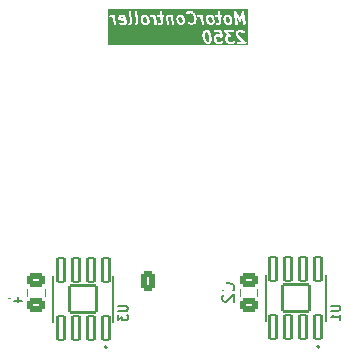
<source format=gbr>
%TF.GenerationSoftware,KiCad,Pcbnew,9.0.2*%
%TF.CreationDate,2025-06-04T21:23:03+09:00*%
%TF.ProjectId,rp2350-motor-board,72703233-3530-42d6-9d6f-746f722d626f,rev?*%
%TF.SameCoordinates,Original*%
%TF.FileFunction,Legend,Bot*%
%TF.FilePolarity,Positive*%
%FSLAX46Y46*%
G04 Gerber Fmt 4.6, Leading zero omitted, Abs format (unit mm)*
G04 Created by KiCad (PCBNEW 9.0.2) date 2025-06-04 21:23:03*
%MOMM*%
%LPD*%
G01*
G04 APERTURE LIST*
G04 Aperture macros list*
%AMRoundRect*
0 Rectangle with rounded corners*
0 $1 Rounding radius*
0 $2 $3 $4 $5 $6 $7 $8 $9 X,Y pos of 4 corners*
0 Add a 4 corners polygon primitive as box body*
4,1,4,$2,$3,$4,$5,$6,$7,$8,$9,$2,$3,0*
0 Add four circle primitives for the rounded corners*
1,1,$1+$1,$2,$3*
1,1,$1+$1,$4,$5*
1,1,$1+$1,$6,$7*
1,1,$1+$1,$8,$9*
0 Add four rect primitives between the rounded corners*
20,1,$1+$1,$2,$3,$4,$5,0*
20,1,$1+$1,$4,$5,$6,$7,0*
20,1,$1+$1,$6,$7,$8,$9,0*
20,1,$1+$1,$8,$9,$2,$3,0*%
G04 Aperture macros list end*
%ADD10C,0.200000*%
%ADD11C,0.150000*%
%ADD12C,0.120000*%
%ADD13C,0.127000*%
%ADD14R,1.700000X1.700000*%
%ADD15C,1.700000*%
%ADD16RoundRect,0.250000X-0.350000X-0.625000X0.350000X-0.625000X0.350000X0.625000X-0.350000X0.625000X0*%
%ADD17O,1.200000X1.750000*%
%ADD18RoundRect,0.250000X-0.475000X0.337500X-0.475000X-0.337500X0.475000X-0.337500X0.475000X0.337500X0*%
%ADD19RoundRect,0.098000X0.294000X-0.989000X0.294000X0.989000X-0.294000X0.989000X-0.294000X-0.989000X0*%
%ADD20C,2.000000*%
%ADD21RoundRect,0.102000X1.142500X-1.142500X1.142500X1.142500X-1.142500X1.142500X-1.142500X-1.142500X0*%
G04 APERTURE END LIST*
D10*
G36*
X19009203Y27500830D02*
G01*
X19041239Y27472354D01*
X19087831Y27397807D01*
X19151606Y27227742D01*
X19178357Y27013734D01*
X19157558Y26847345D01*
X19132369Y26780174D01*
X19114738Y26760024D01*
X19063659Y26732781D01*
X19015775Y26732781D01*
X18947876Y26764734D01*
X18915838Y26793213D01*
X18869249Y26867756D01*
X18805474Y27037823D01*
X18778723Y27251829D01*
X18799522Y27418219D01*
X18824711Y27485390D01*
X18842342Y27505540D01*
X18893421Y27532781D01*
X18941306Y27532781D01*
X19009203Y27500830D01*
G37*
G36*
X11894452Y28783821D02*
G01*
X11926689Y28732242D01*
X11930638Y28700648D01*
X11649642Y28755476D01*
X11663079Y28791307D01*
X11696990Y28809392D01*
X11840113Y28809392D01*
X11894452Y28783821D01*
G37*
G36*
X13812773Y28777441D02*
G01*
X13844809Y28748965D01*
X13885023Y28684623D01*
X13914945Y28445246D01*
X13894272Y28390118D01*
X13876640Y28369967D01*
X13825563Y28342725D01*
X13730059Y28342725D01*
X13662160Y28374678D01*
X13630122Y28403157D01*
X13589911Y28467494D01*
X13559989Y28706872D01*
X13580662Y28762002D01*
X13598293Y28782151D01*
X13649372Y28809392D01*
X13744876Y28809392D01*
X13812773Y28777441D01*
G37*
G36*
X16812774Y28777441D02*
G01*
X16844810Y28748965D01*
X16885024Y28684623D01*
X16914946Y28445246D01*
X16894273Y28390118D01*
X16876641Y28369967D01*
X16825564Y28342725D01*
X16730060Y28342725D01*
X16662161Y28374678D01*
X16630123Y28403157D01*
X16589912Y28467494D01*
X16559990Y28706872D01*
X16580663Y28762002D01*
X16598294Y28782151D01*
X16649373Y28809392D01*
X16744877Y28809392D01*
X16812774Y28777441D01*
G37*
G36*
X19336584Y28777441D02*
G01*
X19368620Y28748965D01*
X19408834Y28684623D01*
X19438756Y28445246D01*
X19418083Y28390118D01*
X19400451Y28369967D01*
X19349374Y28342725D01*
X19253870Y28342725D01*
X19185971Y28374678D01*
X19153933Y28403157D01*
X19113722Y28467494D01*
X19083800Y28706872D01*
X19104473Y28762002D01*
X19122104Y28782151D01*
X19173183Y28809392D01*
X19268687Y28809392D01*
X19336584Y28777441D01*
G37*
G36*
X20812775Y28777441D02*
G01*
X20844811Y28748965D01*
X20885025Y28684623D01*
X20914947Y28445246D01*
X20894274Y28390118D01*
X20876642Y28369967D01*
X20825565Y28342725D01*
X20730061Y28342725D01*
X20662162Y28374678D01*
X20630124Y28403157D01*
X20589913Y28467494D01*
X20559991Y28706872D01*
X20580664Y28762002D01*
X20598295Y28782151D01*
X20649374Y28809392D01*
X20744878Y28809392D01*
X20812775Y28777441D01*
G37*
G36*
X22441683Y26421670D02*
G01*
X10605657Y26421670D01*
X10605657Y27259022D01*
X18578204Y27259022D01*
X18578392Y27251829D01*
X18578204Y27244636D01*
X18578620Y27243123D01*
X18578717Y27239425D01*
X18608479Y27001330D01*
X18609063Y26998748D01*
X18609023Y26997563D01*
X18611057Y26989932D01*
X18612805Y26982210D01*
X18613392Y26981178D01*
X18614074Y26978621D01*
X18685503Y26788145D01*
X18685605Y26787937D01*
X18685625Y26787820D01*
X18689857Y26779289D01*
X18694152Y26770553D01*
X18694233Y26770466D01*
X18694336Y26770259D01*
X18753859Y26675020D01*
X18757893Y26669787D01*
X18758917Y26667676D01*
X18762559Y26663735D01*
X18765828Y26659495D01*
X18767733Y26658137D01*
X18772222Y26653279D01*
X18825794Y26605660D01*
X18831225Y26601713D01*
X18832817Y26599963D01*
X18837370Y26597246D01*
X18841652Y26594134D01*
X18843882Y26593361D01*
X18849651Y26589918D01*
X18950841Y26542299D01*
X18969312Y26535730D01*
X18971702Y26535618D01*
X18973912Y26534702D01*
X18993421Y26532781D01*
X19088659Y26532781D01*
X19108168Y26534702D01*
X19112708Y26536583D01*
X19117600Y26537060D01*
X19135718Y26544546D01*
X19225004Y26592165D01*
X19237141Y26600259D01*
X19238911Y26601133D01*
X19240031Y26602185D01*
X19241314Y26603040D01*
X19242571Y26604570D01*
X19253203Y26614550D01*
X19294870Y26662170D01*
X19303201Y26673824D01*
X19304596Y26675316D01*
X19305317Y26676783D01*
X19306271Y26678117D01*
X19306927Y26680059D01*
X19313245Y26692908D01*
X19348959Y26788146D01*
X19349640Y26790701D01*
X19350228Y26791734D01*
X19351975Y26799459D01*
X19354010Y26807087D01*
X19353969Y26808272D01*
X19354554Y26810854D01*
X19378364Y27001330D01*
X19378460Y27005028D01*
X19378877Y27006541D01*
X19378688Y27013734D01*
X19378877Y27020927D01*
X19378460Y27022441D01*
X19378364Y27026137D01*
X19348602Y27264233D01*
X19348017Y27266816D01*
X19348058Y27268000D01*
X19346023Y27275629D01*
X19344276Y27283353D01*
X19343688Y27284387D01*
X19343007Y27286941D01*
X19271578Y27477418D01*
X19271474Y27477630D01*
X19271455Y27477744D01*
X19267196Y27486330D01*
X19262929Y27495010D01*
X19262848Y27495096D01*
X19262745Y27495305D01*
X19203221Y27590543D01*
X19199185Y27595778D01*
X19198163Y27597887D01*
X19194523Y27601825D01*
X19191252Y27606069D01*
X19189344Y27607430D01*
X19184858Y27612284D01*
X19139852Y27652290D01*
X19532247Y27652290D01*
X19532247Y27613272D01*
X19547179Y27577224D01*
X19574769Y27549634D01*
X19610817Y27534702D01*
X19630326Y27532781D01*
X20026517Y27532781D01*
X20067420Y27350990D01*
X20058898Y27351829D01*
X19820802Y27351829D01*
X19801293Y27349908D01*
X19796752Y27348028D01*
X19791861Y27347550D01*
X19773743Y27340064D01*
X19684458Y27292445D01*
X19672327Y27284356D01*
X19670552Y27283478D01*
X19669426Y27282422D01*
X19668148Y27281569D01*
X19666894Y27280045D01*
X19656260Y27270061D01*
X19614593Y27222442D01*
X19606258Y27210786D01*
X19604866Y27209295D01*
X19604146Y27207832D01*
X19603191Y27206495D01*
X19602533Y27204551D01*
X19596217Y27191703D01*
X19560503Y27096465D01*
X19555452Y27077524D01*
X19555607Y27072955D01*
X19554395Y27068546D01*
X19554908Y27048949D01*
X19584670Y26810854D01*
X19588996Y26791734D01*
X19590038Y26789901D01*
X19590387Y26787820D01*
X19599098Y26770259D01*
X19658621Y26675020D01*
X19662655Y26669787D01*
X19663679Y26667676D01*
X19667321Y26663735D01*
X19670590Y26659495D01*
X19672495Y26658137D01*
X19676984Y26653279D01*
X19730556Y26605660D01*
X19735987Y26601713D01*
X19737579Y26599963D01*
X19742132Y26597246D01*
X19746414Y26594134D01*
X19748644Y26593361D01*
X19754413Y26589918D01*
X19855603Y26542299D01*
X19874074Y26535730D01*
X19876464Y26535618D01*
X19878674Y26534702D01*
X19898183Y26532781D01*
X20136279Y26532781D01*
X20155788Y26534702D01*
X20160328Y26536583D01*
X20165220Y26537060D01*
X20183338Y26544546D01*
X20272623Y26592165D01*
X20284756Y26600256D01*
X20286530Y26601133D01*
X20287653Y26602188D01*
X20288933Y26603041D01*
X20290186Y26604566D01*
X20300822Y26614550D01*
X20342489Y26662170D01*
X20353890Y26678117D01*
X20366390Y26715079D01*
X20363795Y26754011D01*
X20346498Y26788986D01*
X20317134Y26814679D01*
X20280172Y26827179D01*
X20241241Y26824584D01*
X20206266Y26807287D01*
X20191973Y26793870D01*
X20162356Y26760023D01*
X20111279Y26732781D01*
X19920537Y26732781D01*
X19852638Y26764734D01*
X19820600Y26793213D01*
X19780389Y26857550D01*
X19756419Y27049311D01*
X19777092Y27104438D01*
X19794723Y27124588D01*
X19845802Y27151829D01*
X20036544Y27151829D01*
X20104444Y27119876D01*
X20147224Y27081849D01*
X20163082Y27070324D01*
X20170803Y27067646D01*
X20177710Y27063276D01*
X20189062Y27061312D01*
X20199945Y27057536D01*
X20208102Y27058016D01*
X20216156Y27056622D01*
X20227395Y27059151D01*
X20238896Y27059827D01*
X20246248Y27063392D01*
X20254223Y27065186D01*
X20263640Y27071825D01*
X20274005Y27076850D01*
X20279435Y27082959D01*
X20286114Y27087667D01*
X20292270Y27097400D01*
X20299927Y27106012D01*
X20302606Y27113736D01*
X20306975Y27120641D01*
X20308939Y27131992D01*
X20312715Y27142875D01*
X20312235Y27151034D01*
X20313629Y27159087D01*
X20311221Y27178542D01*
X20204627Y27652290D01*
X20437009Y27652290D01*
X20437009Y27613272D01*
X20451941Y27577224D01*
X20464377Y27562070D01*
X20700206Y27326242D01*
X20636839Y27292445D01*
X20624708Y27284356D01*
X20622933Y27283478D01*
X20621807Y27282422D01*
X20620529Y27281569D01*
X20619275Y27280045D01*
X20608641Y27270061D01*
X20566974Y27222442D01*
X20558639Y27210786D01*
X20557247Y27209295D01*
X20556527Y27207832D01*
X20555572Y27206495D01*
X20554914Y27204551D01*
X20548598Y27191703D01*
X20512884Y27096465D01*
X20507833Y27077524D01*
X20507988Y27072955D01*
X20506776Y27068546D01*
X20507289Y27048949D01*
X20537051Y26810854D01*
X20541377Y26791734D01*
X20542419Y26789901D01*
X20542768Y26787820D01*
X20551479Y26770259D01*
X20611002Y26675020D01*
X20615036Y26669787D01*
X20616060Y26667676D01*
X20619702Y26663735D01*
X20622971Y26659495D01*
X20624876Y26658137D01*
X20629365Y26653279D01*
X20682937Y26605660D01*
X20688368Y26601713D01*
X20689960Y26599963D01*
X20694513Y26597246D01*
X20698795Y26594134D01*
X20701025Y26593361D01*
X20706794Y26589918D01*
X20807984Y26542299D01*
X20826455Y26535730D01*
X20828845Y26535618D01*
X20831055Y26534702D01*
X20850564Y26532781D01*
X21136279Y26532781D01*
X21155788Y26534702D01*
X21160328Y26536583D01*
X21165220Y26537060D01*
X21183338Y26544546D01*
X21272623Y26592165D01*
X21284756Y26600256D01*
X21286530Y26601133D01*
X21287653Y26602188D01*
X21288933Y26603041D01*
X21290186Y26604566D01*
X21300822Y26614550D01*
X21342489Y26662170D01*
X21353890Y26678117D01*
X21366390Y26715079D01*
X21363795Y26754011D01*
X21346498Y26788986D01*
X21317134Y26814679D01*
X21280172Y26827179D01*
X21241241Y26824584D01*
X21206266Y26807287D01*
X21191973Y26793870D01*
X21162356Y26760023D01*
X21111279Y26732781D01*
X20872918Y26732781D01*
X20805019Y26764734D01*
X20772981Y26793213D01*
X20732770Y26857550D01*
X20708800Y27049311D01*
X20729473Y27104438D01*
X20747104Y27124588D01*
X20798183Y27151829D01*
X20916041Y27151829D01*
X20935550Y27153750D01*
X20971598Y27168682D01*
X20999188Y27196272D01*
X21014120Y27232320D01*
X21014120Y27271338D01*
X21000852Y27303369D01*
X20999188Y27307387D01*
X20986751Y27322540D01*
X20859792Y27449499D01*
X21411538Y27449499D01*
X21412051Y27429902D01*
X21423955Y27334664D01*
X21425798Y27326517D01*
X21425894Y27323936D01*
X21427317Y27319803D01*
X21428281Y27315544D01*
X21429556Y27313302D01*
X21432277Y27305401D01*
X21497754Y27162544D01*
X21507629Y27145609D01*
X21508438Y27144858D01*
X21508919Y27143866D01*
X21522224Y27129469D01*
X21968498Y26732781D01*
X21612469Y26732781D01*
X21592960Y26730860D01*
X21556912Y26715928D01*
X21529322Y26688338D01*
X21514390Y26652290D01*
X21514390Y26613272D01*
X21529322Y26577224D01*
X21556912Y26549634D01*
X21592960Y26534702D01*
X21612469Y26532781D01*
X22231517Y26532781D01*
X22251026Y26534702D01*
X22253778Y26535843D01*
X22256752Y26536017D01*
X22271713Y26543272D01*
X22287074Y26549634D01*
X22289180Y26551741D01*
X22291861Y26553040D01*
X22302909Y26565470D01*
X22314664Y26577224D01*
X22315803Y26579976D01*
X22317783Y26582202D01*
X22323232Y26597910D01*
X22329596Y26613272D01*
X22329596Y26616252D01*
X22330572Y26619065D01*
X22329596Y26635659D01*
X22329596Y26652290D01*
X22328455Y26655043D01*
X22328281Y26658016D01*
X22321026Y26672978D01*
X22314664Y26688338D01*
X22312557Y26690445D01*
X22311258Y26693125D01*
X22297953Y26707522D01*
X21670807Y27264986D01*
X21620502Y27374741D01*
X21613562Y27430262D01*
X21634235Y27485390D01*
X21651866Y27505540D01*
X21702945Y27532781D01*
X21893687Y27532781D01*
X21961585Y27500829D01*
X22004366Y27462802D01*
X22020223Y27451277D01*
X22057086Y27438488D01*
X22096037Y27440779D01*
X22131146Y27457801D01*
X22157068Y27486964D01*
X22169857Y27523826D01*
X22167566Y27562777D01*
X22150544Y27597887D01*
X22137239Y27612284D01*
X22083668Y27659903D01*
X22078235Y27663852D01*
X22076645Y27665599D01*
X22072093Y27668315D01*
X22067810Y27671428D01*
X22065579Y27672202D01*
X22059811Y27675644D01*
X21958621Y27723263D01*
X21940151Y27729832D01*
X21937759Y27729945D01*
X21935550Y27730860D01*
X21916041Y27732781D01*
X21677945Y27732781D01*
X21658436Y27730860D01*
X21653895Y27728980D01*
X21649004Y27728502D01*
X21630886Y27721016D01*
X21541601Y27673397D01*
X21529470Y27665308D01*
X21527695Y27664430D01*
X21526569Y27663374D01*
X21525291Y27662521D01*
X21524037Y27660997D01*
X21513403Y27651013D01*
X21471736Y27603394D01*
X21463401Y27591738D01*
X21462009Y27590247D01*
X21461289Y27588784D01*
X21460334Y27587447D01*
X21459676Y27585503D01*
X21453360Y27572655D01*
X21417646Y27477417D01*
X21412595Y27458476D01*
X21412750Y27453908D01*
X21411538Y27449499D01*
X20859792Y27449499D01*
X20776510Y27532781D01*
X21154136Y27532781D01*
X21173645Y27534702D01*
X21209693Y27549634D01*
X21237283Y27577224D01*
X21252215Y27613272D01*
X21252215Y27652290D01*
X21237283Y27688338D01*
X21209693Y27715928D01*
X21173645Y27730860D01*
X21154136Y27732781D01*
X20535088Y27732781D01*
X20515579Y27730860D01*
X20479531Y27715928D01*
X20451941Y27688338D01*
X20437009Y27652290D01*
X20204627Y27652290D01*
X20204078Y27654732D01*
X20197921Y27673344D01*
X20192959Y27680384D01*
X20189664Y27688338D01*
X20181828Y27696174D01*
X20175441Y27705235D01*
X20168162Y27709840D01*
X20162074Y27715928D01*
X20151832Y27720171D01*
X20142467Y27726095D01*
X20133984Y27727564D01*
X20126026Y27730860D01*
X20106517Y27732781D01*
X19630326Y27732781D01*
X19610817Y27730860D01*
X19574769Y27715928D01*
X19547179Y27688338D01*
X19532247Y27652290D01*
X19139852Y27652290D01*
X19131287Y27659903D01*
X19125854Y27663852D01*
X19124264Y27665599D01*
X19119712Y27668315D01*
X19115429Y27671428D01*
X19113198Y27672202D01*
X19107430Y27675644D01*
X19006238Y27723263D01*
X18987768Y27729832D01*
X18985377Y27729945D01*
X18983168Y27730860D01*
X18963659Y27732781D01*
X18868421Y27732781D01*
X18848912Y27730860D01*
X18844371Y27728980D01*
X18839480Y27728502D01*
X18821362Y27721016D01*
X18732077Y27673397D01*
X18719946Y27665308D01*
X18718171Y27664430D01*
X18717045Y27663374D01*
X18715767Y27662521D01*
X18714513Y27660997D01*
X18703879Y27651013D01*
X18662212Y27603394D01*
X18653877Y27591738D01*
X18652485Y27590247D01*
X18651765Y27588784D01*
X18650810Y27587447D01*
X18650152Y27585503D01*
X18643836Y27572655D01*
X18608122Y27477417D01*
X18607440Y27474861D01*
X18606853Y27473828D01*
X18605106Y27466111D01*
X18603071Y27458476D01*
X18603111Y27457291D01*
X18602527Y27454708D01*
X18578717Y27264233D01*
X18578620Y27260536D01*
X18578204Y27259022D01*
X10605657Y27259022D01*
X10605657Y28928901D01*
X10716768Y28928901D01*
X10716768Y28889883D01*
X10731700Y28853835D01*
X10759290Y28826245D01*
X10795338Y28811313D01*
X10814847Y28809392D01*
X10887732Y28809392D01*
X10955629Y28777441D01*
X10987665Y28748965D01*
X11027878Y28684624D01*
X11084667Y28230322D01*
X11088993Y28211202D01*
X11108281Y28177284D01*
X11139080Y28153329D01*
X11176702Y28142984D01*
X11215419Y28147823D01*
X11249336Y28167111D01*
X11273291Y28197910D01*
X11283636Y28235532D01*
X11283123Y28255129D01*
X11218298Y28773728D01*
X11447249Y28773728D01*
X11447762Y28754131D01*
X11459667Y28658893D01*
X11463993Y28639773D01*
X11465886Y28636444D01*
X11466647Y28632692D01*
X11475469Y28619593D01*
X11483281Y28605856D01*
X11486304Y28603505D01*
X11488443Y28600329D01*
X11501607Y28591602D01*
X11514080Y28581901D01*
X11517772Y28580886D01*
X11520964Y28578770D01*
X11539744Y28573148D01*
X11956746Y28491782D01*
X11968516Y28397627D01*
X11954709Y28360811D01*
X11920800Y28342725D01*
X11777677Y28342725D01*
X11696713Y28380826D01*
X11678243Y28387395D01*
X11639268Y28389233D01*
X11602556Y28376017D01*
X11573696Y28349758D01*
X11557082Y28314454D01*
X11555244Y28275479D01*
X11568460Y28238767D01*
X11594719Y28209907D01*
X11611553Y28199862D01*
X11712743Y28152243D01*
X11731214Y28145674D01*
X11733604Y28145562D01*
X11735814Y28144646D01*
X11755323Y28142725D01*
X11945800Y28142725D01*
X11965309Y28144646D01*
X11969849Y28146527D01*
X11974741Y28147004D01*
X11992859Y28154490D01*
X12082144Y28202109D01*
X12091047Y28208047D01*
X12093430Y28209129D01*
X12094683Y28210472D01*
X12098454Y28212985D01*
X12108868Y28225653D01*
X12120069Y28237639D01*
X12122069Y28241708D01*
X12123234Y28243124D01*
X12123995Y28245625D01*
X12127433Y28252618D01*
X12322482Y28252618D01*
X12326270Y28213784D01*
X12344632Y28179356D01*
X12374771Y28154576D01*
X12412098Y28143216D01*
X12450932Y28147004D01*
X12469050Y28154490D01*
X12558335Y28202109D01*
X12567238Y28208047D01*
X12569621Y28209129D01*
X12570874Y28210472D01*
X12574645Y28212985D01*
X12585059Y28225653D01*
X12596260Y28237639D01*
X12598260Y28241708D01*
X12599425Y28243124D01*
X12600186Y28245625D01*
X12603624Y28252618D01*
X12846292Y28252618D01*
X12850080Y28213784D01*
X12868442Y28179356D01*
X12898581Y28154576D01*
X12935908Y28143216D01*
X12974742Y28147004D01*
X12992860Y28154490D01*
X13082145Y28202109D01*
X13091048Y28208047D01*
X13093431Y28209129D01*
X13094684Y28210472D01*
X13098455Y28212985D01*
X13108869Y28225653D01*
X13120070Y28237639D01*
X13122070Y28241708D01*
X13123235Y28243124D01*
X13123996Y28245625D01*
X13128719Y28255231D01*
X13164434Y28350470D01*
X13169485Y28369411D01*
X13169329Y28373982D01*
X13170542Y28378390D01*
X13170029Y28397987D01*
X13129014Y28726109D01*
X13357964Y28726109D01*
X13358477Y28706512D01*
X13394192Y28420798D01*
X13398518Y28401678D01*
X13399560Y28399845D01*
X13399909Y28397764D01*
X13408620Y28380203D01*
X13468143Y28284964D01*
X13472177Y28279731D01*
X13473201Y28277620D01*
X13476843Y28273679D01*
X13480112Y28269439D01*
X13482017Y28268081D01*
X13486506Y28263223D01*
X13540078Y28215604D01*
X13545509Y28211657D01*
X13547101Y28209907D01*
X13551654Y28207190D01*
X13555936Y28204078D01*
X13558166Y28203305D01*
X13563935Y28199862D01*
X13665125Y28152243D01*
X13683596Y28145674D01*
X13685986Y28145562D01*
X13688196Y28144646D01*
X13707705Y28142725D01*
X13850563Y28142725D01*
X13870072Y28144646D01*
X13874612Y28146527D01*
X13879504Y28147004D01*
X13897622Y28154490D01*
X13986907Y28202109D01*
X13999040Y28210200D01*
X14000814Y28211077D01*
X14001937Y28212132D01*
X14003217Y28212985D01*
X14004470Y28214510D01*
X14015106Y28224494D01*
X14056773Y28272114D01*
X14065104Y28283768D01*
X14066499Y28285260D01*
X14067220Y28286727D01*
X14068174Y28288061D01*
X14068830Y28290003D01*
X14075148Y28302852D01*
X14110862Y28398090D01*
X14115913Y28417031D01*
X14115757Y28421601D01*
X14116970Y28426009D01*
X14116457Y28445606D01*
X14080743Y28731319D01*
X14076417Y28750439D01*
X14075373Y28752275D01*
X14075025Y28754355D01*
X14066315Y28771916D01*
X14006791Y28867154D01*
X14002755Y28872389D01*
X14001733Y28874498D01*
X13998093Y28878436D01*
X13994822Y28882680D01*
X13992914Y28884041D01*
X13988428Y28888895D01*
X13943422Y28928901D01*
X14145341Y28928901D01*
X14145341Y28889883D01*
X14160273Y28853835D01*
X14187863Y28826245D01*
X14223911Y28811313D01*
X14243420Y28809392D01*
X14316305Y28809392D01*
X14384202Y28777441D01*
X14416238Y28748965D01*
X14456451Y28684624D01*
X14513240Y28230322D01*
X14517566Y28211202D01*
X14536854Y28177284D01*
X14567653Y28153329D01*
X14605275Y28142984D01*
X14643992Y28147823D01*
X14677909Y28167111D01*
X14701864Y28197910D01*
X14712209Y28235532D01*
X14711696Y28255129D01*
X14628362Y28921796D01*
X14626754Y28928901D01*
X14764389Y28928901D01*
X14764389Y28889883D01*
X14779321Y28853835D01*
X14806911Y28826245D01*
X14842959Y28811313D01*
X14862468Y28809392D01*
X15012285Y28809392D01*
X15063756Y28397627D01*
X15049949Y28360811D01*
X15016040Y28342725D01*
X14945801Y28342725D01*
X14926292Y28340804D01*
X14890244Y28325872D01*
X14862654Y28298282D01*
X14847722Y28262234D01*
X14847722Y28223216D01*
X14862654Y28187168D01*
X14890244Y28159578D01*
X14926292Y28144646D01*
X14945801Y28142725D01*
X15041040Y28142725D01*
X15060549Y28144646D01*
X15065089Y28146527D01*
X15069981Y28147004D01*
X15088099Y28154490D01*
X15177384Y28202109D01*
X15186287Y28208047D01*
X15188670Y28209129D01*
X15189923Y28210472D01*
X15193694Y28212985D01*
X15204108Y28225653D01*
X15215309Y28237639D01*
X15217309Y28241708D01*
X15218474Y28243124D01*
X15219235Y28245625D01*
X15223958Y28255231D01*
X15259673Y28350470D01*
X15264724Y28369411D01*
X15264568Y28373982D01*
X15265781Y28378390D01*
X15265268Y28397987D01*
X15218300Y28773728D01*
X15494870Y28773728D01*
X15495383Y28754132D01*
X15560859Y28230322D01*
X15565185Y28211202D01*
X15584473Y28177284D01*
X15615272Y28153329D01*
X15652894Y28142984D01*
X15691610Y28147824D01*
X15725528Y28167111D01*
X15749483Y28197910D01*
X15759828Y28235532D01*
X15759315Y28255129D01*
X15696894Y28754492D01*
X15710700Y28791307D01*
X15744611Y28809392D01*
X15840115Y28809392D01*
X15908012Y28777441D01*
X15922669Y28764413D01*
X15989431Y28230322D01*
X15993757Y28211202D01*
X16013045Y28177284D01*
X16043844Y28153329D01*
X16081466Y28142984D01*
X16120183Y28147823D01*
X16154100Y28167111D01*
X16178055Y28197910D01*
X16188400Y28235532D01*
X16187887Y28255129D01*
X16129014Y28726109D01*
X16357965Y28726109D01*
X16358478Y28706512D01*
X16394193Y28420798D01*
X16398519Y28401678D01*
X16399561Y28399845D01*
X16399910Y28397764D01*
X16408621Y28380203D01*
X16468144Y28284964D01*
X16472178Y28279731D01*
X16473202Y28277620D01*
X16476844Y28273679D01*
X16480113Y28269439D01*
X16482018Y28268081D01*
X16486507Y28263223D01*
X16540079Y28215604D01*
X16545510Y28211657D01*
X16547102Y28209907D01*
X16551655Y28207190D01*
X16555937Y28204078D01*
X16558167Y28203305D01*
X16563936Y28199862D01*
X16665126Y28152243D01*
X16683597Y28145674D01*
X16685987Y28145562D01*
X16688197Y28144646D01*
X16707706Y28142725D01*
X16850564Y28142725D01*
X16870073Y28144646D01*
X16874613Y28146527D01*
X16879505Y28147004D01*
X16897623Y28154490D01*
X16986908Y28202109D01*
X16999041Y28210200D01*
X17000815Y28211077D01*
X17001938Y28212132D01*
X17003218Y28212985D01*
X17004471Y28214510D01*
X17015107Y28224494D01*
X17056774Y28272114D01*
X17065105Y28283768D01*
X17066500Y28285260D01*
X17067221Y28286727D01*
X17068175Y28288061D01*
X17068831Y28290003D01*
X17075149Y28302852D01*
X17110863Y28398090D01*
X17115914Y28417031D01*
X17115758Y28421601D01*
X17116971Y28426009D01*
X17116458Y28445606D01*
X17080744Y28731319D01*
X17076418Y28750439D01*
X17075374Y28752275D01*
X17075026Y28754355D01*
X17066316Y28771916D01*
X17006792Y28867154D01*
X17002756Y28872389D01*
X17001734Y28874498D01*
X16998094Y28878436D01*
X16994823Y28882680D01*
X16992915Y28884041D01*
X16988429Y28888895D01*
X16934858Y28936514D01*
X16929425Y28940463D01*
X16927835Y28942210D01*
X16923283Y28944926D01*
X16919000Y28948039D01*
X16916769Y28948813D01*
X16911001Y28952255D01*
X16809809Y28999874D01*
X16791339Y29006443D01*
X16788948Y29006556D01*
X16786739Y29007471D01*
X16767230Y29009392D01*
X16624373Y29009392D01*
X16604864Y29007471D01*
X16600323Y29005591D01*
X16595432Y29005113D01*
X16577315Y28997628D01*
X16488028Y28950008D01*
X16475890Y28941915D01*
X16474121Y28941040D01*
X16473000Y28939989D01*
X16471718Y28939133D01*
X16470460Y28937604D01*
X16459829Y28927623D01*
X16418163Y28880004D01*
X16409834Y28868355D01*
X16408437Y28866859D01*
X16407714Y28865389D01*
X16406762Y28864057D01*
X16406106Y28862119D01*
X16399788Y28849267D01*
X16364073Y28754029D01*
X16359022Y28735088D01*
X16359177Y28730518D01*
X16357965Y28726109D01*
X16129014Y28726109D01*
X16104553Y28921796D01*
X16100227Y28940916D01*
X16080939Y28974833D01*
X16050140Y28998788D01*
X16012518Y29009133D01*
X15973801Y29004294D01*
X15939884Y28985006D01*
X15939015Y28983890D01*
X15905047Y28999874D01*
X15886577Y29006443D01*
X15884186Y29006556D01*
X15881977Y29007471D01*
X15862468Y29009392D01*
X15719611Y29009392D01*
X15700102Y29007471D01*
X15695561Y29005591D01*
X15690670Y29005113D01*
X15672553Y28997628D01*
X15583266Y28950008D01*
X15574357Y28944069D01*
X15571979Y28942987D01*
X15570727Y28941648D01*
X15566956Y28939133D01*
X15556530Y28926453D01*
X15545341Y28914477D01*
X15543343Y28910414D01*
X15542176Y28908994D01*
X15541413Y28906489D01*
X15536692Y28896885D01*
X15500978Y28801647D01*
X15495927Y28782706D01*
X15496082Y28778137D01*
X15494870Y28773728D01*
X15218300Y28773728D01*
X15213842Y28809392D01*
X15243420Y28809392D01*
X15262929Y28811313D01*
X15298977Y28826245D01*
X15326567Y28853835D01*
X15341499Y28889883D01*
X15341499Y28928901D01*
X15326567Y28964949D01*
X15298977Y28992539D01*
X15262929Y29007471D01*
X15243420Y29009392D01*
X15188842Y29009392D01*
X15169962Y29160429D01*
X17209738Y29160429D01*
X17212333Y29121497D01*
X17229629Y29086522D01*
X17258993Y29060828D01*
X17295955Y29048328D01*
X17334887Y29050923D01*
X17369862Y29068219D01*
X17384154Y29081636D01*
X17408400Y29109347D01*
X17504364Y29142725D01*
X17567098Y29142725D01*
X17680890Y29106312D01*
X17761478Y29034677D01*
X17808070Y28960131D01*
X17871843Y28790068D01*
X17886689Y28671297D01*
X17865891Y28504910D01*
X17840701Y28437736D01*
X17786773Y28376104D01*
X17690810Y28342725D01*
X17628079Y28342725D01*
X17514286Y28379139D01*
X17476524Y28412705D01*
X17460666Y28424230D01*
X17423803Y28437019D01*
X17384853Y28434728D01*
X17349743Y28417706D01*
X17323821Y28388543D01*
X17311032Y28351680D01*
X17313323Y28312730D01*
X17330345Y28277620D01*
X17343650Y28263223D01*
X17397222Y28215604D01*
X17413080Y28204078D01*
X17414244Y28203675D01*
X17415186Y28202877D01*
X17433181Y28195102D01*
X17581990Y28147483D01*
X17590548Y28145645D01*
X17592959Y28144646D01*
X17597091Y28144240D01*
X17601156Y28143366D01*
X17603758Y28143583D01*
X17612468Y28142725D01*
X17707706Y28142725D01*
X17718929Y28143831D01*
X17721501Y28143681D01*
X17724322Y28144362D01*
X17727215Y28144646D01*
X17729596Y28145633D01*
X17740558Y28148275D01*
X17877463Y28195894D01*
X17895258Y28204118D01*
X17899947Y28208294D01*
X17905577Y28211077D01*
X17919869Y28224494D01*
X18003202Y28319733D01*
X18011530Y28331383D01*
X18012928Y28332878D01*
X18013650Y28334349D01*
X18014603Y28335680D01*
X18015258Y28337619D01*
X18021577Y28350470D01*
X18057292Y28445708D01*
X18057974Y28448267D01*
X18058561Y28449298D01*
X18060305Y28457010D01*
X18062343Y28464649D01*
X18062302Y28465836D01*
X18062887Y28468418D01*
X18086696Y28658894D01*
X18086792Y28662590D01*
X18087209Y28664103D01*
X18087020Y28671297D01*
X18087209Y28678490D01*
X18086792Y28680004D01*
X18086696Y28683700D01*
X18068839Y28826557D01*
X18068254Y28829140D01*
X18068295Y28830325D01*
X18066259Y28837960D01*
X18064513Y28845677D01*
X18063925Y28846710D01*
X18063244Y28849266D01*
X18033381Y28928901D01*
X18145342Y28928901D01*
X18145342Y28889883D01*
X18160274Y28853835D01*
X18187864Y28826245D01*
X18223912Y28811313D01*
X18243421Y28809392D01*
X18316306Y28809392D01*
X18384203Y28777441D01*
X18416239Y28748965D01*
X18456452Y28684624D01*
X18513241Y28230322D01*
X18517567Y28211202D01*
X18536855Y28177284D01*
X18567654Y28153329D01*
X18605276Y28142984D01*
X18643993Y28147823D01*
X18677910Y28167111D01*
X18701865Y28197910D01*
X18712210Y28235532D01*
X18711697Y28255129D01*
X18652824Y28726109D01*
X18881775Y28726109D01*
X18882288Y28706512D01*
X18918003Y28420798D01*
X18922329Y28401678D01*
X18923371Y28399845D01*
X18923720Y28397764D01*
X18932431Y28380203D01*
X18991954Y28284964D01*
X18995988Y28279731D01*
X18997012Y28277620D01*
X19000654Y28273679D01*
X19003923Y28269439D01*
X19005828Y28268081D01*
X19010317Y28263223D01*
X19063889Y28215604D01*
X19069320Y28211657D01*
X19070912Y28209907D01*
X19075465Y28207190D01*
X19079747Y28204078D01*
X19081977Y28203305D01*
X19087746Y28199862D01*
X19188936Y28152243D01*
X19207407Y28145674D01*
X19209797Y28145562D01*
X19212007Y28144646D01*
X19231516Y28142725D01*
X19374374Y28142725D01*
X19393883Y28144646D01*
X19398423Y28146527D01*
X19403315Y28147004D01*
X19421433Y28154490D01*
X19510718Y28202109D01*
X19522851Y28210200D01*
X19524625Y28211077D01*
X19525748Y28212132D01*
X19527028Y28212985D01*
X19528281Y28214510D01*
X19538917Y28224494D01*
X19580584Y28272114D01*
X19588915Y28283768D01*
X19590310Y28285260D01*
X19591031Y28286727D01*
X19591985Y28288061D01*
X19592641Y28290003D01*
X19598959Y28302852D01*
X19634673Y28398090D01*
X19639724Y28417031D01*
X19639568Y28421601D01*
X19640781Y28426009D01*
X19640268Y28445606D01*
X19604554Y28731319D01*
X19600228Y28750439D01*
X19599184Y28752275D01*
X19598836Y28754355D01*
X19590126Y28771916D01*
X19530602Y28867154D01*
X19526566Y28872389D01*
X19525544Y28874498D01*
X19521904Y28878436D01*
X19518633Y28882680D01*
X19516725Y28884041D01*
X19512239Y28888895D01*
X19467233Y28928901D01*
X19669152Y28928901D01*
X19669152Y28889883D01*
X19684084Y28853835D01*
X19711674Y28826245D01*
X19747722Y28811313D01*
X19767231Y28809392D01*
X19917048Y28809392D01*
X19968519Y28397627D01*
X19954712Y28360811D01*
X19920803Y28342725D01*
X19850564Y28342725D01*
X19831055Y28340804D01*
X19795007Y28325872D01*
X19767417Y28298282D01*
X19752485Y28262234D01*
X19752485Y28223216D01*
X19767417Y28187168D01*
X19795007Y28159578D01*
X19831055Y28144646D01*
X19850564Y28142725D01*
X19945803Y28142725D01*
X19965312Y28144646D01*
X19969852Y28146527D01*
X19974744Y28147004D01*
X19992862Y28154490D01*
X20082147Y28202109D01*
X20091050Y28208047D01*
X20093433Y28209129D01*
X20094686Y28210472D01*
X20098457Y28212985D01*
X20108871Y28225653D01*
X20120072Y28237639D01*
X20122072Y28241708D01*
X20123237Y28243124D01*
X20123998Y28245625D01*
X20128721Y28255231D01*
X20164436Y28350470D01*
X20169487Y28369411D01*
X20169331Y28373982D01*
X20170544Y28378390D01*
X20170031Y28397987D01*
X20129015Y28726109D01*
X20357966Y28726109D01*
X20358479Y28706512D01*
X20394194Y28420798D01*
X20398520Y28401678D01*
X20399562Y28399845D01*
X20399911Y28397764D01*
X20408622Y28380203D01*
X20468145Y28284964D01*
X20472179Y28279731D01*
X20473203Y28277620D01*
X20476845Y28273679D01*
X20480114Y28269439D01*
X20482019Y28268081D01*
X20486508Y28263223D01*
X20540080Y28215604D01*
X20545511Y28211657D01*
X20547103Y28209907D01*
X20551656Y28207190D01*
X20555938Y28204078D01*
X20558168Y28203305D01*
X20563937Y28199862D01*
X20665127Y28152243D01*
X20683598Y28145674D01*
X20685988Y28145562D01*
X20688198Y28144646D01*
X20707707Y28142725D01*
X20850565Y28142725D01*
X20870074Y28144646D01*
X20874614Y28146527D01*
X20879506Y28147004D01*
X20897624Y28154490D01*
X20986909Y28202109D01*
X20999042Y28210200D01*
X21000816Y28211077D01*
X21001939Y28212132D01*
X21003219Y28212985D01*
X21004472Y28214510D01*
X21015108Y28224494D01*
X21056775Y28272114D01*
X21065106Y28283768D01*
X21066501Y28285260D01*
X21067222Y28286727D01*
X21068176Y28288061D01*
X21068832Y28290003D01*
X21075150Y28302852D01*
X21110864Y28398090D01*
X21115915Y28417031D01*
X21115759Y28421601D01*
X21116972Y28426009D01*
X21116459Y28445606D01*
X21080745Y28731319D01*
X21076419Y28750439D01*
X21075375Y28752275D01*
X21075027Y28754355D01*
X21066317Y28771916D01*
X21006793Y28867154D01*
X21002757Y28872389D01*
X21001735Y28874498D01*
X20998095Y28878436D01*
X20994824Y28882680D01*
X20992916Y28884041D01*
X20988430Y28888895D01*
X20934859Y28936514D01*
X20929426Y28940463D01*
X20927836Y28942210D01*
X20923284Y28944926D01*
X20919001Y28948039D01*
X20916770Y28948813D01*
X20911002Y28952255D01*
X20809810Y28999874D01*
X20791340Y29006443D01*
X20788949Y29006556D01*
X20786740Y29007471D01*
X20767231Y29009392D01*
X20624374Y29009392D01*
X20604865Y29007471D01*
X20600324Y29005591D01*
X20595433Y29005113D01*
X20577316Y28997628D01*
X20488029Y28950008D01*
X20475891Y28941915D01*
X20474122Y28941040D01*
X20473001Y28939989D01*
X20471719Y28939133D01*
X20470461Y28937604D01*
X20459830Y28927623D01*
X20418164Y28880004D01*
X20409835Y28868355D01*
X20408438Y28866859D01*
X20407715Y28865389D01*
X20406763Y28864057D01*
X20406107Y28862119D01*
X20399789Y28849267D01*
X20364074Y28754029D01*
X20359023Y28735088D01*
X20359178Y28730518D01*
X20357966Y28726109D01*
X20129015Y28726109D01*
X20118605Y28809392D01*
X20148183Y28809392D01*
X20167692Y28811313D01*
X20203740Y28826245D01*
X20231330Y28853835D01*
X20246262Y28889883D01*
X20246262Y28928901D01*
X20231330Y28964949D01*
X20203740Y28992539D01*
X20167692Y29007471D01*
X20148183Y29009392D01*
X20093605Y29009392D01*
X20063754Y29248200D01*
X21244762Y29248200D01*
X21244950Y29246877D01*
X21245384Y29230322D01*
X21370384Y28230322D01*
X21374710Y28211202D01*
X21393998Y28177284D01*
X21424797Y28153329D01*
X21462419Y28142984D01*
X21501136Y28147823D01*
X21535053Y28167111D01*
X21559008Y28197910D01*
X21569353Y28235532D01*
X21568840Y28255129D01*
X21503507Y28777788D01*
X21681167Y28477518D01*
X21686616Y28470083D01*
X21687775Y28467721D01*
X21689387Y28466302D01*
X21692755Y28461706D01*
X21705289Y28452300D01*
X21717059Y28441936D01*
X21720802Y28440657D01*
X21723962Y28438286D01*
X21739137Y28434393D01*
X21753982Y28429321D01*
X21757928Y28429572D01*
X21761756Y28428590D01*
X21777273Y28430802D01*
X21792921Y28431796D01*
X21796469Y28433538D01*
X21800384Y28434095D01*
X21813880Y28442081D01*
X21827950Y28448984D01*
X21830561Y28451950D01*
X21833964Y28453963D01*
X21843372Y28466500D01*
X21853735Y28478268D01*
X21856096Y28483454D01*
X21857385Y28485170D01*
X21858038Y28487717D01*
X21861860Y28496108D01*
X21965800Y28800325D01*
X22037051Y28230322D01*
X22041377Y28211202D01*
X22060665Y28177284D01*
X22091464Y28153329D01*
X22129086Y28142984D01*
X22167803Y28147823D01*
X22201720Y28167111D01*
X22225675Y28197910D01*
X22236020Y28235532D01*
X22235507Y28255129D01*
X22110507Y29255128D01*
X22108087Y29265821D01*
X22107923Y29268415D01*
X22107139Y29270012D01*
X22106181Y29274249D01*
X22098011Y29288616D01*
X22090735Y29303444D01*
X22088418Y29305484D01*
X22086893Y29308166D01*
X22073858Y29318305D01*
X22061451Y29329229D01*
X22058528Y29330228D01*
X22056094Y29332121D01*
X22040172Y29336500D01*
X22024528Y29341844D01*
X22021446Y29341649D01*
X22018472Y29342466D01*
X22002078Y29340418D01*
X21985589Y29339369D01*
X21982819Y29338010D01*
X21979755Y29337627D01*
X21965388Y29329458D01*
X21950560Y29322181D01*
X21948520Y29319865D01*
X21945838Y29318339D01*
X21935699Y29305305D01*
X21924775Y29292897D01*
X21922974Y29288943D01*
X21921883Y29287540D01*
X21921193Y29285035D01*
X21916650Y29275057D01*
X21742774Y28766156D01*
X21430676Y29293646D01*
X21420885Y29307007D01*
X21420226Y29308166D01*
X21419783Y29308511D01*
X21419089Y29309458D01*
X21404158Y29320663D01*
X21389427Y29332121D01*
X21388581Y29332354D01*
X21387881Y29332879D01*
X21369811Y29337515D01*
X21351805Y29342466D01*
X21350935Y29342358D01*
X21350087Y29342575D01*
X21331619Y29339944D01*
X21313088Y29337627D01*
X21312325Y29337194D01*
X21311459Y29337070D01*
X21295384Y29327560D01*
X21279171Y29318339D01*
X21278634Y29317649D01*
X21277879Y29317202D01*
X21266674Y29302272D01*
X21255216Y29287540D01*
X21254983Y29286695D01*
X21254458Y29285994D01*
X21249822Y29267925D01*
X21244871Y29249918D01*
X21244901Y29248745D01*
X21244762Y29248200D01*
X20063754Y29248200D01*
X20062888Y29255129D01*
X20058562Y29274249D01*
X20039274Y29308166D01*
X20008475Y29332121D01*
X19970853Y29342466D01*
X19932136Y29337627D01*
X19898219Y29318339D01*
X19874264Y29287540D01*
X19863919Y29249918D01*
X19864432Y29230321D01*
X19892048Y29009392D01*
X19767231Y29009392D01*
X19747722Y29007471D01*
X19711674Y28992539D01*
X19684084Y28964949D01*
X19669152Y28928901D01*
X19467233Y28928901D01*
X19458668Y28936514D01*
X19453235Y28940463D01*
X19451645Y28942210D01*
X19447093Y28944926D01*
X19442810Y28948039D01*
X19440579Y28948813D01*
X19434811Y28952255D01*
X19333619Y28999874D01*
X19315149Y29006443D01*
X19312758Y29006556D01*
X19310549Y29007471D01*
X19291040Y29009392D01*
X19148183Y29009392D01*
X19128674Y29007471D01*
X19124133Y29005591D01*
X19119242Y29005113D01*
X19101125Y28997628D01*
X19011838Y28950008D01*
X18999700Y28941915D01*
X18997931Y28941040D01*
X18996810Y28939989D01*
X18995528Y28939133D01*
X18994270Y28937604D01*
X18983639Y28927623D01*
X18941973Y28880004D01*
X18933644Y28868355D01*
X18932247Y28866859D01*
X18931524Y28865389D01*
X18930572Y28864057D01*
X18929916Y28862119D01*
X18923598Y28849267D01*
X18887883Y28754029D01*
X18882832Y28735088D01*
X18882987Y28730518D01*
X18881775Y28726109D01*
X18652824Y28726109D01*
X18628363Y28921796D01*
X18624037Y28940916D01*
X18604749Y28974833D01*
X18573950Y28998788D01*
X18536328Y29009133D01*
X18497611Y29004294D01*
X18463694Y28985006D01*
X18450066Y28967485D01*
X18381238Y28999874D01*
X18362768Y29006443D01*
X18360377Y29006556D01*
X18358168Y29007471D01*
X18338659Y29009392D01*
X18243421Y29009392D01*
X18223912Y29007471D01*
X18187864Y28992539D01*
X18160274Y28964949D01*
X18145342Y28928901D01*
X18033381Y28928901D01*
X17991816Y29039742D01*
X17991712Y29039953D01*
X17991693Y29040069D01*
X17987378Y29048769D01*
X17983167Y29057334D01*
X17983087Y29057419D01*
X17982983Y29057630D01*
X17923459Y29152868D01*
X17919421Y29158106D01*
X17918400Y29160212D01*
X17914766Y29164144D01*
X17911490Y29168394D01*
X17909579Y29169757D01*
X17905095Y29174609D01*
X17797952Y29269847D01*
X17782095Y29281372D01*
X17780929Y29281777D01*
X17779988Y29282573D01*
X17761993Y29290349D01*
X17613183Y29337967D01*
X17604626Y29339805D01*
X17602215Y29340804D01*
X17598080Y29341212D01*
X17594017Y29342084D01*
X17591414Y29341868D01*
X17582706Y29342725D01*
X17487468Y29342725D01*
X17476244Y29341620D01*
X17473673Y29341769D01*
X17470851Y29341089D01*
X17467959Y29340804D01*
X17465577Y29339818D01*
X17454616Y29337175D01*
X17317712Y29289556D01*
X17299917Y29281332D01*
X17295228Y29277159D01*
X17289599Y29274374D01*
X17275307Y29260957D01*
X17233640Y29213338D01*
X17222238Y29197391D01*
X17209738Y29160429D01*
X15169962Y29160429D01*
X15158125Y29255129D01*
X15153799Y29274249D01*
X15134511Y29308166D01*
X15103712Y29332121D01*
X15066090Y29342466D01*
X15027373Y29337627D01*
X14993456Y29318339D01*
X14969501Y29287540D01*
X14959156Y29249918D01*
X14959669Y29230321D01*
X14987285Y29009392D01*
X14862468Y29009392D01*
X14842959Y29007471D01*
X14806911Y28992539D01*
X14779321Y28964949D01*
X14764389Y28928901D01*
X14626754Y28928901D01*
X14624036Y28940916D01*
X14604748Y28974833D01*
X14573949Y28998788D01*
X14536327Y29009133D01*
X14497610Y29004294D01*
X14463693Y28985006D01*
X14450065Y28967485D01*
X14381237Y28999874D01*
X14362767Y29006443D01*
X14360376Y29006556D01*
X14358167Y29007471D01*
X14338658Y29009392D01*
X14243420Y29009392D01*
X14223911Y29007471D01*
X14187863Y28992539D01*
X14160273Y28964949D01*
X14145341Y28928901D01*
X13943422Y28928901D01*
X13934857Y28936514D01*
X13929424Y28940463D01*
X13927834Y28942210D01*
X13923282Y28944926D01*
X13918999Y28948039D01*
X13916768Y28948813D01*
X13911000Y28952255D01*
X13809808Y28999874D01*
X13791338Y29006443D01*
X13788947Y29006556D01*
X13786738Y29007471D01*
X13767229Y29009392D01*
X13624372Y29009392D01*
X13604863Y29007471D01*
X13600322Y29005591D01*
X13595431Y29005113D01*
X13577314Y28997628D01*
X13488027Y28950008D01*
X13475889Y28941915D01*
X13474120Y28941040D01*
X13472999Y28939989D01*
X13471717Y28939133D01*
X13470459Y28937604D01*
X13459828Y28927623D01*
X13418162Y28880004D01*
X13409833Y28868355D01*
X13408436Y28866859D01*
X13407713Y28865389D01*
X13406761Y28864057D01*
X13406105Y28862119D01*
X13399787Y28849267D01*
X13364072Y28754029D01*
X13359021Y28735088D01*
X13359176Y28730518D01*
X13357964Y28726109D01*
X13129014Y28726109D01*
X13062886Y29255129D01*
X13058560Y29274249D01*
X13039272Y29308166D01*
X13008473Y29332121D01*
X12970851Y29342466D01*
X12932134Y29337627D01*
X12898217Y29318339D01*
X12874262Y29287540D01*
X12863917Y29249918D01*
X12864430Y29230321D01*
X12968517Y28397627D01*
X12954710Y28360811D01*
X12898742Y28330960D01*
X12882432Y28320084D01*
X12857652Y28289945D01*
X12846292Y28252618D01*
X12603624Y28252618D01*
X12604909Y28255231D01*
X12640624Y28350470D01*
X12645675Y28369411D01*
X12645519Y28373982D01*
X12646732Y28378390D01*
X12646219Y28397987D01*
X12539076Y29255129D01*
X12534750Y29274249D01*
X12515462Y29308166D01*
X12484663Y29332121D01*
X12447041Y29342466D01*
X12408324Y29337627D01*
X12374407Y29318339D01*
X12350452Y29287540D01*
X12340107Y29249918D01*
X12340620Y29230321D01*
X12444707Y28397627D01*
X12430900Y28360811D01*
X12374932Y28330960D01*
X12358622Y28320084D01*
X12333842Y28289945D01*
X12322482Y28252618D01*
X12127433Y28252618D01*
X12128718Y28255231D01*
X12164433Y28350470D01*
X12169484Y28369411D01*
X12169328Y28373982D01*
X12170541Y28378390D01*
X12170028Y28397986D01*
X12122409Y28778938D01*
X12118083Y28798059D01*
X12117039Y28799895D01*
X12116691Y28801974D01*
X12107981Y28819535D01*
X12048457Y28914773D01*
X12036488Y28930299D01*
X12029142Y28935538D01*
X12023071Y28942210D01*
X12006237Y28952255D01*
X11905045Y28999874D01*
X11886575Y29006443D01*
X11884184Y29006556D01*
X11881975Y29007471D01*
X11862466Y29009392D01*
X11671990Y29009392D01*
X11652481Y29007471D01*
X11647940Y29005591D01*
X11643049Y29005113D01*
X11624932Y28997628D01*
X11535645Y28950008D01*
X11526736Y28944069D01*
X11524358Y28942987D01*
X11523106Y28941648D01*
X11519335Y28939133D01*
X11508909Y28926453D01*
X11497720Y28914477D01*
X11495722Y28910414D01*
X11494555Y28908994D01*
X11493792Y28906489D01*
X11489071Y28896885D01*
X11453357Y28801647D01*
X11448306Y28782706D01*
X11448461Y28778137D01*
X11447249Y28773728D01*
X11218298Y28773728D01*
X11199789Y28921796D01*
X11195463Y28940916D01*
X11176175Y28974833D01*
X11145376Y28998788D01*
X11107754Y29009133D01*
X11069037Y29004294D01*
X11035120Y28985006D01*
X11021492Y28967485D01*
X10952664Y28999874D01*
X10934194Y29006443D01*
X10931803Y29006556D01*
X10929594Y29007471D01*
X10910085Y29009392D01*
X10814847Y29009392D01*
X10795338Y29007471D01*
X10759290Y28992539D01*
X10731700Y28964949D01*
X10716768Y28928901D01*
X10605657Y28928901D01*
X10605657Y29453836D01*
X22441683Y29453836D01*
X22441683Y26421670D01*
G37*
D11*
X3179580Y5666667D02*
X3227200Y5714286D01*
X3227200Y5714286D02*
X3274819Y5857143D01*
X3274819Y5857143D02*
X3274819Y5952381D01*
X3274819Y5952381D02*
X3227200Y6095238D01*
X3227200Y6095238D02*
X3131961Y6190476D01*
X3131961Y6190476D02*
X3036723Y6238095D01*
X3036723Y6238095D02*
X2846247Y6285714D01*
X2846247Y6285714D02*
X2703390Y6285714D01*
X2703390Y6285714D02*
X2512914Y6238095D01*
X2512914Y6238095D02*
X2417676Y6190476D01*
X2417676Y6190476D02*
X2322438Y6095238D01*
X2322438Y6095238D02*
X2274819Y5952381D01*
X2274819Y5952381D02*
X2274819Y5857143D01*
X2274819Y5857143D02*
X2322438Y5714286D01*
X2322438Y5714286D02*
X2370057Y5666667D01*
X2608152Y4809524D02*
X3274819Y4809524D01*
X2227200Y5047619D02*
X2941485Y5285714D01*
X2941485Y5285714D02*
X2941485Y4666667D01*
X21179580Y5666667D02*
X21227200Y5714286D01*
X21227200Y5714286D02*
X21274819Y5857143D01*
X21274819Y5857143D02*
X21274819Y5952381D01*
X21274819Y5952381D02*
X21227200Y6095238D01*
X21227200Y6095238D02*
X21131961Y6190476D01*
X21131961Y6190476D02*
X21036723Y6238095D01*
X21036723Y6238095D02*
X20846247Y6285714D01*
X20846247Y6285714D02*
X20703390Y6285714D01*
X20703390Y6285714D02*
X20512914Y6238095D01*
X20512914Y6238095D02*
X20417676Y6190476D01*
X20417676Y6190476D02*
X20322438Y6095238D01*
X20322438Y6095238D02*
X20274819Y5952381D01*
X20274819Y5952381D02*
X20274819Y5857143D01*
X20274819Y5857143D02*
X20322438Y5714286D01*
X20322438Y5714286D02*
X20370057Y5666667D01*
X20370057Y5285714D02*
X20322438Y5238095D01*
X20322438Y5238095D02*
X20274819Y5142857D01*
X20274819Y5142857D02*
X20274819Y4904762D01*
X20274819Y4904762D02*
X20322438Y4809524D01*
X20322438Y4809524D02*
X20370057Y4761905D01*
X20370057Y4761905D02*
X20465295Y4714286D01*
X20465295Y4714286D02*
X20560533Y4714286D01*
X20560533Y4714286D02*
X20703390Y4761905D01*
X20703390Y4761905D02*
X21274819Y5333333D01*
X21274819Y5333333D02*
X21274819Y4714286D01*
X29469065Y4389926D02*
X30106486Y4389926D01*
X30106486Y4389926D02*
X30181476Y4352430D01*
X30181476Y4352430D02*
X30218972Y4314935D01*
X30218972Y4314935D02*
X30256467Y4239944D01*
X30256467Y4239944D02*
X30256467Y4089963D01*
X30256467Y4089963D02*
X30218972Y4014972D01*
X30218972Y4014972D02*
X30181476Y3977477D01*
X30181476Y3977477D02*
X30106486Y3939982D01*
X30106486Y3939982D02*
X29469065Y3939982D01*
X30256467Y3152580D02*
X30256467Y3602524D01*
X30256467Y3377552D02*
X29469065Y3377552D01*
X29469065Y3377552D02*
X29581551Y3452543D01*
X29581551Y3452543D02*
X29656542Y3527533D01*
X29656542Y3527533D02*
X29694037Y3602524D01*
X11469065Y4359926D02*
X12106486Y4359926D01*
X12106486Y4359926D02*
X12181476Y4322430D01*
X12181476Y4322430D02*
X12218972Y4284935D01*
X12218972Y4284935D02*
X12256467Y4209944D01*
X12256467Y4209944D02*
X12256467Y4059963D01*
X12256467Y4059963D02*
X12218972Y3984972D01*
X12218972Y3984972D02*
X12181476Y3947477D01*
X12181476Y3947477D02*
X12106486Y3909982D01*
X12106486Y3909982D02*
X11469065Y3909982D01*
X11469065Y3610019D02*
X11469065Y3122580D01*
X11469065Y3122580D02*
X11769028Y3385047D01*
X11769028Y3385047D02*
X11769028Y3272561D01*
X11769028Y3272561D02*
X11806523Y3197571D01*
X11806523Y3197571D02*
X11844018Y3160075D01*
X11844018Y3160075D02*
X11919009Y3122580D01*
X11919009Y3122580D02*
X12106486Y3122580D01*
X12106486Y3122580D02*
X12181476Y3160075D01*
X12181476Y3160075D02*
X12218972Y3197571D01*
X12218972Y3197571D02*
X12256467Y3272561D01*
X12256467Y3272561D02*
X12256467Y3497533D01*
X12256467Y3497533D02*
X12218972Y3572524D01*
X12218972Y3572524D02*
X12181476Y3610019D01*
D12*
%TO.C,C4*%
X3765000Y5761252D02*
X3765000Y5238748D01*
X5235000Y5761252D02*
X5235000Y5238748D01*
%TO.C,C2*%
X21765000Y5761252D02*
X21765000Y5238748D01*
X23235000Y5761252D02*
X23235000Y5238748D01*
D13*
%TO.C,U1*%
X23975000Y3050000D02*
X23975000Y6950000D01*
X29025000Y3050000D02*
X29025000Y6950000D01*
D10*
X28505000Y900000D02*
G75*
G02*
X28305000Y900000I-100000J0D01*
G01*
X28305000Y900000D02*
G75*
G02*
X28505000Y900000I100000J0D01*
G01*
D13*
%TO.C,U3*%
X5975000Y3020000D02*
X5975000Y6920000D01*
X11025000Y3020000D02*
X11025000Y6920000D01*
D10*
X10505000Y870000D02*
G75*
G02*
X10305000Y870000I-100000J0D01*
G01*
X10305000Y870000D02*
G75*
G02*
X10505000Y870000I100000J0D01*
G01*
%TD*%
%LPC*%
D14*
%TO.C,J2*%
X30480000Y28700000D03*
D15*
X30480000Y26160000D03*
X30480000Y23620000D03*
X30480000Y21080000D03*
X30480000Y18540000D03*
X30480000Y16000000D03*
X30480000Y13460000D03*
X30480000Y10920000D03*
X30480000Y8380000D03*
X30480000Y5840000D03*
%TD*%
D16*
%TO.C,Grove1*%
X14000000Y6450000D03*
D17*
X16000000Y6450000D03*
X18000000Y6450000D03*
X20000000Y6450000D03*
%TD*%
D14*
%TO.C,J1*%
X2540000Y28660000D03*
D15*
X2540000Y26120000D03*
X2540000Y23580000D03*
X2540000Y21040000D03*
X2540000Y18500000D03*
X2540000Y15960000D03*
X2540000Y13420000D03*
X2540000Y10880000D03*
X2540000Y8340000D03*
X2540000Y5800000D03*
%TD*%
%TO.C,U2*%
X21660000Y23000000D03*
X21660000Y20460000D03*
X21660000Y17920000D03*
X21660000Y15380000D03*
X11500000Y15380000D03*
X11500000Y17920000D03*
X11500000Y20460000D03*
X11500000Y23000000D03*
%TD*%
D18*
%TO.C,C4*%
X4500000Y6537500D03*
X4500000Y4462500D03*
%TD*%
%TO.C,C2*%
X22500000Y6537500D03*
X22500000Y4462500D03*
%TD*%
D19*
%TO.C,U1*%
X28405000Y2530000D03*
X27135000Y2530000D03*
X25865000Y2530000D03*
X24595000Y2530000D03*
X24595000Y7470000D03*
X25865000Y7470000D03*
X27135000Y7470000D03*
X28405000Y7470000D03*
D20*
X26500000Y5000000D03*
D21*
X26500000Y5000000D03*
%TD*%
D19*
%TO.C,U3*%
X10405000Y2500000D03*
X9135000Y2500000D03*
X7865000Y2500000D03*
X6595000Y2500000D03*
X6595000Y7440000D03*
X7865000Y7440000D03*
X9135000Y7440000D03*
X10405000Y7440000D03*
D20*
X8500000Y4970000D03*
D21*
X8500000Y4970000D03*
%TD*%
%LPD*%
M02*

</source>
